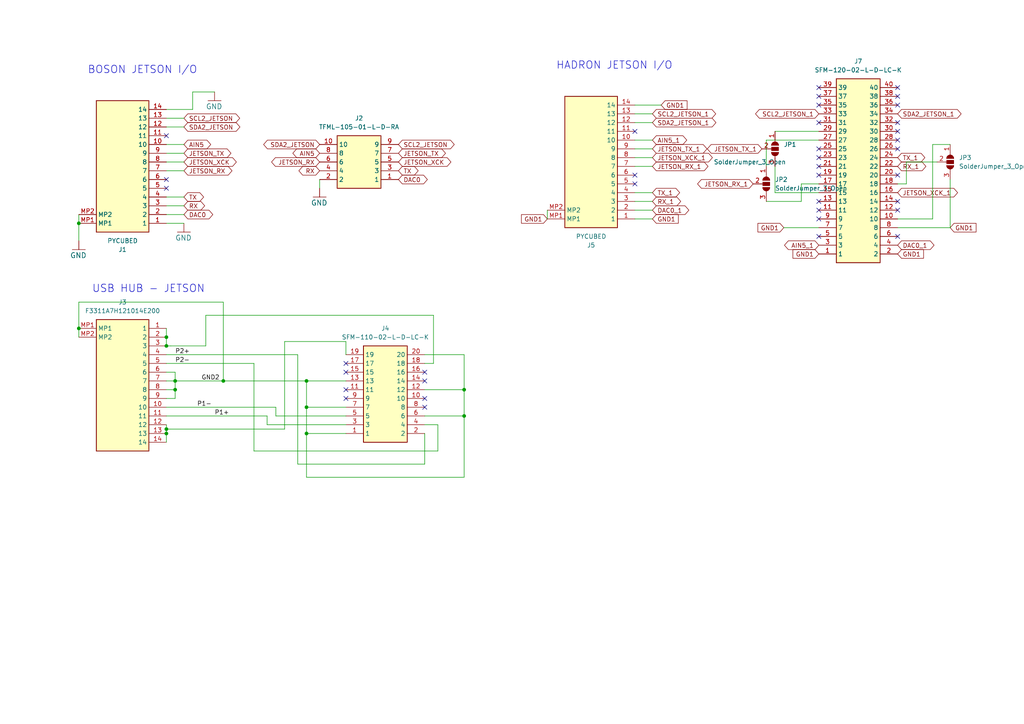
<source format=kicad_sch>
(kicad_sch (version 20230121) (generator eeschema)
  (paper "A4")
  (lib_symbols
    (symbol "Jumper:SolderJumper_3_Open" (pin_names (offset 0) hide)
      (property "Reference" "JP" (at -2.54 -2.54 0))
      (property "Value" "SolderJumper_3_Open" (at 0 2.794 0))
      (symbol "SolderJumper_3_Open_0_1"
        (arc (start -1.016 1.016) (mid -2.0276 0) (end -1.016 -1.016))
        (arc (start -1.016 1.016) (mid -2.0276 0) (end -1.016 -1.016) (fill (type outline)))
        (rectangle (start -0.508 1.016) (end 0.508 -1.016) (fill (type outline)))
        (polyline (pts (xy -2.54 0) (xy -2.032 0)))
        (polyline (pts (xy -1.016 1.016) (xy -1.016 -1.016)))
        (polyline (pts (xy 0 -1.27) (xy 0 -1.016)))
        (polyline (pts (xy 1.016 1.016) (xy 1.016 -1.016)))
        (polyline (pts (xy 2.54 0) (xy 2.032 0)))
        (arc (start 1.016 -1.016) (mid 2.0276 0) (end 1.016 1.016))
        (arc (start 1.016 -1.016) (mid 2.0276 0) (end 1.016 1.016) (fill (type outline)))
      )
      (symbol "SolderJumper_3_Open_1_1"
        (pin passive line (at -5.08 0 0) (length 2.54) (name "A") (number "1"))
        (pin passive line (at 0 -3.81 90) (length 2.54) (name "C") (number "2"))
        (pin passive line (at 5.08 0 180) (length 2.54) (name "B") (number "3"))
      )
    )
    (symbol "SamacSys_Parts:F3311A7H121014E200"
      (property "Reference" "J" (at 21.59 7.62 0))
      (property "Value" "F3311A7H121014E200" (at 21.59 5.08 0))
      (symbol "F3311A7H121014E200_1_1"
        (rectangle (start 5.08 2.54) (end 20.32 -35.56) (stroke (width 0.254)) (fill (type background)))
        (pin passive line (at 25.4 0 180) (length 5.08) (name "1") (number "1"))
        (pin passive line (at 25.4 -22.86 180) (length 5.08) (name "10") (number "10"))
        (pin passive line (at 25.4 -25.4 180) (length 5.08) (name "11") (number "11"))
        (pin passive line (at 25.4 -27.94 180) (length 5.08) (name "12") (number "12"))
        (pin passive line (at 25.4 -30.48 180) (length 5.08) (name "13") (number "13"))
        (pin passive line (at 25.4 -33.02 180) (length 5.08) (name "14") (number "14"))
        (pin passive line (at 25.4 -2.54 180) (length 5.08) (name "2") (number "2"))
        (pin passive line (at 25.4 -5.08 180) (length 5.08) (name "3") (number "3"))
        (pin passive line (at 25.4 -7.62 180) (length 5.08) (name "4") (number "4"))
        (pin passive line (at 25.4 -10.16 180) (length 5.08) (name "5") (number "5"))
        (pin passive line (at 25.4 -12.7 180) (length 5.08) (name "6") (number "6"))
        (pin passive line (at 25.4 -15.24 180) (length 5.08) (name "7") (number "7"))
        (pin passive line (at 25.4 -17.78 180) (length 5.08) (name "8") (number "8"))
        (pin passive line (at 25.4 -20.32 180) (length 5.08) (name "9") (number "9"))
        (pin passive line (at 0 0 0) (length 5.08) (name "MP1") (number "MP1"))
        (pin passive line (at 0 -2.54 0) (length 5.08) (name "MP2") (number "MP2"))
      )
    )
    (symbol "SamacSys_Parts:SFM-110-02-L-D-LC-K"
      (property "Reference" "J" (at 19.05 7.62 0))
      (property "Value" "SFM-110-02-L-D-LC-K" (at 19.05 5.08 0))
      (symbol "SFM-110-02-L-D-LC-K_1_1"
        (rectangle (start 5.08 2.54) (end 17.78 -25.4) (stroke (width 0.254)) (fill (type background)))
        (pin passive line (at 0 -22.86 0) (length 5.08) (name "1") (number "1"))
        (pin passive line (at 22.86 -12.7 180) (length 5.08) (name "10") (number "10"))
        (pin passive line (at 0 -10.16 0) (length 5.08) (name "11") (number "11"))
        (pin passive line (at 22.86 -10.16 180) (length 5.08) (name "12") (number "12"))
        (pin passive line (at 0 -7.62 0) (length 5.08) (name "13") (number "13"))
        (pin passive line (at 22.86 -7.62 180) (length 5.08) (name "14") (number "14"))
        (pin passive line (at 0 -5.08 0) (length 5.08) (name "15") (number "15"))
        (pin passive line (at 22.86 -5.08 180) (length 5.08) (name "16") (number "16"))
        (pin passive line (at 0 -2.54 0) (length 5.08) (name "17") (number "17"))
        (pin passive line (at 22.86 -2.54 180) (length 5.08) (name "18") (number "18"))
        (pin passive line (at 0 0 0) (length 5.08) (name "19") (number "19"))
        (pin passive line (at 22.86 -22.86 180) (length 5.08) (name "2") (number "2"))
        (pin passive line (at 22.86 0 180) (length 5.08) (name "20") (number "20"))
        (pin passive line (at 0 -20.32 0) (length 5.08) (name "3") (number "3"))
        (pin passive line (at 22.86 -20.32 180) (length 5.08) (name "4") (number "4"))
        (pin passive line (at 0 -17.78 0) (length 5.08) (name "5") (number "5"))
        (pin passive line (at 22.86 -17.78 180) (length 5.08) (name "6") (number "6"))
        (pin passive line (at 0 -15.24 0) (length 5.08) (name "7") (number "7"))
        (pin passive line (at 22.86 -15.24 180) (length 5.08) (name "8") (number "8"))
        (pin passive line (at 0 -12.7 0) (length 5.08) (name "9") (number "9"))
      )
    )
    (symbol "SamacSys_Parts:SFM-120-02-L-D-LC-K"
      (property "Reference" "J" (at 19.05 7.62 0))
      (property "Value" "SFM-120-02-L-D-LC-K" (at 19.05 5.08 0))
      (symbol "SFM-120-02-L-D-LC-K_1_1"
        (rectangle (start 5.08 2.54) (end 17.78 -50.8) (stroke (width 0.254)) (fill (type background)))
        (pin passive line (at 0 -48.26 0) (length 5.08) (name "1") (number "1"))
        (pin passive line (at 22.86 -38.1 180) (length 5.08) (name "10") (number "10"))
        (pin passive line (at 0 -35.56 0) (length 5.08) (name "11") (number "11"))
        (pin passive line (at 22.86 -35.56 180) (length 5.08) (name "12") (number "12"))
        (pin passive line (at 0 -33.02 0) (length 5.08) (name "13") (number "13"))
        (pin passive line (at 22.86 -33.02 180) (length 5.08) (name "14") (number "14"))
        (pin passive line (at 0 -30.48 0) (length 5.08) (name "15") (number "15"))
        (pin passive line (at 22.86 -30.48 180) (length 5.08) (name "16") (number "16"))
        (pin passive line (at 0 -27.94 0) (length 5.08) (name "17") (number "17"))
        (pin passive line (at 22.86 -27.94 180) (length 5.08) (name "18") (number "18"))
        (pin passive line (at 0 -25.4 0) (length 5.08) (name "19") (number "19"))
        (pin passive line (at 22.86 -48.26 180) (length 5.08) (name "2") (number "2"))
        (pin passive line (at 22.86 -25.4 180) (length 5.08) (name "20") (number "20"))
        (pin passive line (at 0 -22.86 0) (length 5.08) (name "21") (number "21"))
        (pin passive line (at 22.86 -22.86 180) (length 5.08) (name "22") (number "22"))
        (pin passive line (at 0 -20.32 0) (length 5.08) (name "23") (number "23"))
        (pin passive line (at 22.86 -20.32 180) (length 5.08) (name "24") (number "24"))
        (pin passive line (at 0 -17.78 0) (length 5.08) (name "25") (number "25"))
        (pin passive line (at 22.86 -17.78 180) (length 5.08) (name "26") (number "26"))
        (pin passive line (at 0 -15.24 0) (length 5.08) (name "27") (number "27"))
        (pin passive line (at 22.86 -15.24 180) (length 5.08) (name "28") (number "28"))
        (pin passive line (at 0 -12.7 0) (length 5.08) (name "29") (number "29"))
        (pin passive line (at 0 -45.72 0) (length 5.08) (name "3") (number "3"))
        (pin passive line (at 22.86 -12.7 180) (length 5.08) (name "30") (number "30"))
        (pin passive line (at 0 -10.16 0) (length 5.08) (name "31") (number "31"))
        (pin passive line (at 22.86 -10.16 180) (length 5.08) (name "32") (number "32"))
        (pin passive line (at 0 -7.62 0) (length 5.08) (name "33") (number "33"))
        (pin passive line (at 22.86 -7.62 180) (length 5.08) (name "34") (number "34"))
        (pin passive line (at 0 -5.08 0) (length 5.08) (name "35") (number "35"))
        (pin passive line (at 22.86 -5.08 180) (length 5.08) (name "36") (number "36"))
        (pin passive line (at 0 -2.54 0) (length 5.08) (name "37") (number "37"))
        (pin passive line (at 22.86 -2.54 180) (length 5.08) (name "38") (number "38"))
        (pin passive line (at 0 0 0) (length 5.08) (name "39") (number "39"))
        (pin passive line (at 22.86 -45.72 180) (length 5.08) (name "4") (number "4"))
        (pin passive line (at 22.86 0 180) (length 5.08) (name "40") (number "40"))
        (pin passive line (at 0 -43.18 0) (length 5.08) (name "5") (number "5"))
        (pin passive line (at 22.86 -43.18 180) (length 5.08) (name "6") (number "6"))
        (pin passive line (at 0 -40.64 0) (length 5.08) (name "7") (number "7"))
        (pin passive line (at 22.86 -40.64 180) (length 5.08) (name "8") (number "8"))
        (pin passive line (at 0 -38.1 0) (length 5.08) (name "9") (number "9"))
      )
    )
    (symbol "SamacSys_Parts:TFML-105-01-L-D-RA"
      (property "Reference" "J" (at 19.05 7.62 0))
      (property "Value" "TFML-105-01-L-D-RA" (at 19.05 5.08 0))
      (symbol "TFML-105-01-L-D-RA_1_1"
        (rectangle (start 5.08 2.54) (end 17.78 -12.7) (stroke (width 0.254)) (fill (type background)))
        (pin passive line (at 22.86 -10.16 180) (length 5.08) (name "1") (number "1"))
        (pin passive line (at 0 0 0) (length 5.08) (name "10") (number "10"))
        (pin passive line (at 0 -10.16 0) (length 5.08) (name "2") (number "2"))
        (pin passive line (at 22.86 -7.62 180) (length 5.08) (name "3") (number "3"))
        (pin passive line (at 0 -7.62 0) (length 5.08) (name "4") (number "4"))
        (pin passive line (at 22.86 -5.08 180) (length 5.08) (name "5") (number "5"))
        (pin passive line (at 0 -5.08 0) (length 5.08) (name "6") (number "6"))
        (pin passive line (at 22.86 -2.54 180) (length 5.08) (name "7") (number "7"))
        (pin passive line (at 0 -2.54 0) (length 5.08) (name "8") (number "8"))
        (pin passive line (at 22.86 0 180) (length 5.08) (name "9") (number "9"))
      )
    )
    (symbol "mainboard:GND" (power) (pin_names (offset 1.016))
      (property "Value" "GND" (at -2.54 -2.54 0))
      (symbol "GND_1_0"
        (polyline (pts (xy -1.905 0) (xy 1.905 0)))
        (pin power_in line (at 0 2.54 270) (length 2.54) (name "GND") (number "1"))
      )
    )
  )
  (junction (at 48.26 125.73))
  (junction (at 134.62 113.03))
  (junction (at 88.9 118.11))
  (junction (at 88.9 110.49))
  (junction (at 50.8 113.03))
  (junction (at 22.86 64.77))
  (junction (at 48.26 124.46))
  (junction (at 88.9 125.73))
  (junction (at 48.26 97.79))
  (junction (at 134.62 120.65))
  (junction (at 48.26 100.33))
  (junction (at 50.8 110.49))
  (junction (at 22.86 95.25))
  (junction (at 64.77 110.49))
  (no_connect (at 237.49 60.96))
  (no_connect (at 237.49 58.42))
  (no_connect (at 260.35 27.94))
  (no_connect (at 260.35 58.42))
  (no_connect (at 123.19 115.57))
  (no_connect (at 48.26 54.61))
  (no_connect (at 237.49 45.72))
  (no_connect (at 260.35 68.58))
  (no_connect (at 123.19 107.95))
  (no_connect (at 123.19 118.11))
  (no_connect (at 237.49 30.48))
  (no_connect (at 260.35 25.4))
  (no_connect (at 237.49 50.8))
  (no_connect (at 184.15 50.8))
  (no_connect (at 237.49 68.58))
  (no_connect (at 260.35 50.8))
  (no_connect (at 260.35 35.56))
  (no_connect (at 260.35 60.96))
  (no_connect (at 237.49 48.26))
  (no_connect (at 184.15 53.34))
  (no_connect (at 100.33 115.57))
  (no_connect (at 260.35 43.18))
  (no_connect (at 260.35 40.64))
  (no_connect (at 237.49 27.94))
  (no_connect (at 48.26 52.07))
  (no_connect (at 237.49 35.56))
  (no_connect (at 100.33 105.41))
  (no_connect (at 123.19 110.49))
  (no_connect (at 237.49 63.5))
  (no_connect (at 184.15 38.1))
  (no_connect (at 260.35 30.48))
  (no_connect (at 100.33 107.95))
  (no_connect (at 100.33 113.03))
  (no_connect (at 260.35 38.1))
  (no_connect (at 48.26 39.37))
  (no_connect (at 237.49 43.18))
  (no_connect (at 237.49 25.4))
  (wire (pts (xy 80.01 118.11) (xy 80.01 120.65)))
  (wire (pts (xy 48.26 105.41) (xy 73.66 105.41)) (stroke (width 0.1524)))
  (wire (pts (xy 134.62 102.87) (xy 134.62 113.03)))
  (wire (pts (xy 48.26 125.73) (xy 48.26 128.27)))
  (wire (pts (xy 127 123.19) (xy 123.19 123.19)) (stroke (width 0.1524)))
  (wire (pts (xy 55.88 26.67) (xy 62.23 26.67)))
  (wire (pts (xy 158.75 63.5) (xy 158.75 60.96)))
  (wire (pts (xy 100.33 118.11) (xy 88.9 118.11)))
  (wire (pts (xy 82.55 99.06) (xy 100.33 99.06)))
  (wire (pts (xy 232.41 58.42) (xy 232.41 53.34)))
  (wire (pts (xy 64.77 87.63) (xy 64.77 110.49)))
  (wire (pts (xy 22.86 95.25) (xy 22.86 97.79)))
  (wire (pts (xy 48.26 31.75) (xy 55.88 31.75)))
  (wire (pts (xy 22.86 87.63) (xy 64.77 87.63)))
  (wire (pts (xy 50.8 107.95) (xy 50.8 110.49)) (stroke (width 0.1524)))
  (wire (pts (xy 48.26 118.11) (xy 80.01 118.11)))
  (wire (pts (xy 184.15 48.26) (xy 189.23 48.26)))
  (wire (pts (xy 48.26 124.46) (xy 82.55 124.46)))
  (wire (pts (xy 64.77 110.49) (xy 88.9 110.49)) (stroke (width 0.1524)))
  (wire (pts (xy 48.26 46.99) (xy 53.34 46.99)))
  (wire (pts (xy 222.25 58.42) (xy 232.41 58.42)))
  (wire (pts (xy 262.89 53.34) (xy 260.35 53.34)))
  (wire (pts (xy 184.15 63.5) (xy 189.23 63.5)))
  (wire (pts (xy 48.26 115.57) (xy 50.8 115.57)))
  (wire (pts (xy 134.62 120.65) (xy 123.19 120.65)))
  (wire (pts (xy 55.88 26.67) (xy 55.88 31.75)))
  (wire (pts (xy 134.62 113.03) (xy 134.62 120.65)))
  (wire (pts (xy 48.26 100.33) (xy 48.26 97.79)) (stroke (width 0.1524)))
  (wire (pts (xy 48.26 49.53) (xy 53.34 49.53)))
  (wire (pts (xy 100.33 125.73) (xy 88.9 125.73)))
  (wire (pts (xy 59.69 100.33) (xy 49.53 100.33)))
  (wire (pts (xy 22.86 95.25) (xy 22.86 87.63)))
  (wire (pts (xy 134.62 138.43) (xy 134.62 120.65)))
  (wire (pts (xy 22.86 64.77) (xy 22.86 69.85)))
  (wire (pts (xy 184.15 30.48) (xy 191.77 30.48)))
  (wire (pts (xy 184.15 33.02) (xy 189.23 33.02)))
  (wire (pts (xy 73.66 130.81) (xy 127 130.81)) (stroke (width 0.1524)))
  (wire (pts (xy 262.89 46.99) (xy 262.89 53.34)))
  (wire (pts (xy 100.33 99.06) (xy 100.33 102.87)))
  (wire (pts (xy 123.19 102.87) (xy 134.62 102.87)))
  (wire (pts (xy 275.59 52.07) (xy 275.59 66.04)))
  (wire (pts (xy 184.15 58.42) (xy 189.23 58.42)))
  (wire (pts (xy 184.15 55.88) (xy 189.23 55.88)))
  (wire (pts (xy 189.23 40.64) (xy 184.15 40.64)))
  (wire (pts (xy 260.35 66.04) (xy 275.59 66.04)))
  (wire (pts (xy 48.26 124.46) (xy 48.26 125.73)))
  (wire (pts (xy 48.26 113.03) (xy 50.8 113.03)))
  (wire (pts (xy 48.26 62.23) (xy 53.34 62.23)))
  (wire (pts (xy 59.69 91.44) (xy 125.73 91.44)))
  (wire (pts (xy 48.26 123.19) (xy 48.26 124.46)))
  (wire (pts (xy 88.9 110.49) (xy 88.9 118.11)))
  (wire (pts (xy 77.47 123.19) (xy 100.33 123.19)))
  (wire (pts (xy 59.69 100.33) (xy 59.69 91.44)))
  (wire (pts (xy 127 130.81) (xy 127 123.19)) (stroke (width 0.1524)))
  (wire (pts (xy 224.79 38.1) (xy 237.49 38.1)))
  (wire (pts (xy 271.78 46.99) (xy 262.89 46.99)))
  (wire (pts (xy 48.26 57.15) (xy 53.34 57.15)))
  (wire (pts (xy 270.51 63.5) (xy 270.51 41.91)))
  (wire (pts (xy 77.47 120.65) (xy 77.47 123.19)))
  (wire (pts (xy 227.33 66.04) (xy 237.49 66.04)))
  (wire (pts (xy 184.15 43.18) (xy 189.23 43.18)))
  (wire (pts (xy 50.8 115.57) (xy 50.8 113.03)))
  (wire (pts (xy 270.51 41.91) (xy 275.59 41.91)))
  (wire (pts (xy 48.26 100.33) (xy 49.53 100.33)) (stroke (width 0.1524)))
  (wire (pts (xy 48.26 59.69) (xy 53.34 59.69)))
  (wire (pts (xy 86.36 102.87) (xy 86.36 134.62)) (stroke (width 0.1524)))
  (wire (pts (xy 86.36 102.87) (xy 48.26 102.87)) (stroke (width 0.1524)))
  (wire (pts (xy 232.41 53.34) (xy 237.49 53.34)))
  (wire (pts (xy 48.26 64.77) (xy 53.34 64.77)))
  (wire (pts (xy 48.26 44.45) (xy 53.34 44.45)))
  (wire (pts (xy 123.19 105.41) (xy 125.73 105.41)))
  (wire (pts (xy 86.36 134.62) (xy 123.19 134.62)) (stroke (width 0.1524)))
  (wire (pts (xy 224.79 48.26) (xy 224.79 55.88)))
  (wire (pts (xy 50.8 113.03) (xy 50.8 110.49)))
  (wire (pts (xy 22.86 64.77) (xy 22.86 62.23)))
  (wire (pts (xy 184.15 60.96) (xy 189.23 60.96)))
  (wire (pts (xy 88.9 118.11) (xy 88.9 125.73)))
  (wire (pts (xy 53.34 41.91) (xy 48.26 41.91)))
  (wire (pts (xy 222.25 48.26) (xy 222.25 40.64)))
  (wire (pts (xy 92.71 52.07) (xy 92.71 54.61)))
  (wire (pts (xy 48.26 36.83) (xy 53.34 36.83)))
  (wire (pts (xy 184.15 45.72) (xy 189.23 45.72)))
  (wire (pts (xy 88.9 138.43) (xy 134.62 138.43)))
  (wire (pts (xy 222.25 40.64) (xy 237.49 40.64)))
  (wire (pts (xy 82.55 124.46) (xy 82.55 99.06)))
  (wire (pts (xy 184.15 35.56) (xy 189.23 35.56)))
  (wire (pts (xy 125.73 91.44) (xy 125.73 105.41)))
  (wire (pts (xy 123.19 113.03) (xy 134.62 113.03)))
  (wire (pts (xy 80.01 120.65) (xy 100.33 120.65)))
  (wire (pts (xy 48.26 97.79) (xy 48.26 95.25)) (stroke (width 0.1524)))
  (wire (pts (xy 260.35 63.5) (xy 270.51 63.5)))
  (wire (pts (xy 50.8 110.49) (xy 64.77 110.49)) (stroke (width 0.1524)))
  (wire (pts (xy 123.19 134.62) (xy 123.19 125.73)) (stroke (width 0.1524)))
  (wire (pts (xy 48.26 120.65) (xy 77.47 120.65)))
  (wire (pts (xy 48.26 110.49) (xy 50.8 110.49)) (stroke (width 0.1524)))
  (wire (pts (xy 88.9 125.73) (xy 88.9 138.43)))
  (wire (pts (xy 224.79 55.88) (xy 237.49 55.88)))
  (wire (pts (xy 73.66 105.41) (xy 73.66 130.81)) (stroke (width 0.1524)))
  (wire (pts (xy 48.26 34.29) (xy 53.34 34.29)))
  (wire (pts (xy 100.33 110.49) (xy 88.9 110.49)))
  (wire (pts (xy 48.26 107.95) (xy 50.8 107.95)) (stroke (width 0.1524)))
  (text "USB HUB - JETSON\n" (at 26.67 85.09 0) (effects (font (size 2.159 2.159)) (justify left bottom)))
  (text "BOSON JETSON I/O" (at 25.4 21.59 0) (effects (font (size 2.159 2.159)) (justify left bottom)))
  (text "HADRON JETSON I/O" (at 161.29 20.32 0) (effects (font (size 2.159 2.159)) (justify left bottom)))
  (label "P2-" (at 50.8 105.41 0))
  (label "P2+" (at 50.8 102.87 0))
  (label "P1+" (at 62.23 120.65 0))
  (label "GND2" (at 58.42 110.49 0))
  (label "P1-" (at 57.15 118.11 0))
  (global_label "JETSON_TX_1" (shape bidirectional) (at 189.23 43.18 0) (property "Intersheetrefs" "${INTERSHEET_REFS}" (effects hide)))
  (global_label "SCL2_JETSON" (shape bidirectional) (at 53.34 34.29 0) (property "Intersheetrefs" "${INTERSHEET_REFS}" (effects hide)))
  (global_label "JETSON_RX_1" (shape bidirectional) (at 189.23 48.26 0) (property "Intersheetrefs" "${INTERSHEET_REFS}" (effects hide)))
  (global_label "JETSON_RX_1" (shape bidirectional) (at 218.44 53.34 180) (property "Intersheetrefs" "${INTERSHEET_REFS}" (effects hide)))
  (global_label "GND1" (shape input) (at 189.23 63.5 0) (property "Intersheetrefs" "${INTERSHEET_REFS}" (effects hide)))
  (global_label "JETSON_TX" (shape bidirectional) (at 115.57 44.45 0) (property "Intersheetrefs" "${INTERSHEET_REFS}" (effects hide)))
  (global_label "RX" (shape bidirectional) (at 92.71 49.53 180) (property "Intersheetrefs" "${INTERSHEET_REFS}" (effects hide)))
  (global_label "TX_1" (shape bidirectional) (at 189.23 55.88 0) (property "Intersheetrefs" "${INTERSHEET_REFS}" (effects hide)))
  (global_label "SDA2_JETSON_1" (shape bidirectional) (at 189.23 35.56 0) (property "Intersheetrefs" "${INTERSHEET_REFS}" (effects hide)))
  (global_label "JETSON_XCK_1" (shape bidirectional) (at 260.35 55.88 0) (property "Intersheetrefs" "${INTERSHEET_REFS}" (effects hide)))
  (global_label "GND1" (shape input) (at 158.75 63.5 180) (property "Intersheetrefs" "${INTERSHEET_REFS}" (effects hide)))
  (global_label "SDA2_JETSON" (shape bidirectional) (at 92.71 41.91 180) (property "Intersheetrefs" "${INTERSHEET_REFS}" (effects hide)))
  (global_label "AIN5_1" (shape bidirectional) (at 237.49 71.12 180) (property "Intersheetrefs" "${INTERSHEET_REFS}" (effects hide)))
  (global_label "DAC0" (shape bidirectional) (at 115.57 52.07 0) (property "Intersheetrefs" "${INTERSHEET_REFS}" (effects hide)))
  (global_label "TX" (shape bidirectional) (at 115.57 49.53 0) (property "Intersheetrefs" "${INTERSHEET_REFS}" (effects hide)))
  (global_label "GND1" (shape input) (at 275.59 66.04 0) (property "Intersheetrefs" "${INTERSHEET_REFS}" (effects hide)))
  (global_label "JETSON_XCK" (shape bidirectional) (at 115.57 46.99 0) (property "Intersheetrefs" "${INTERSHEET_REFS}" (effects hide)))
  (global_label "GND1" (shape input) (at 191.77 30.48 0) (property "Intersheetrefs" "${INTERSHEET_REFS}" (effects hide)))
  (global_label "DAC0_1" (shape bidirectional) (at 260.35 71.12 0) (property "Intersheetrefs" "${INTERSHEET_REFS}" (effects hide)))
  (global_label "GND1" (shape input) (at 237.49 73.66 180) (property "Intersheetrefs" "${INTERSHEET_REFS}" (effects hide)))
  (global_label "SCL2_JETSON_1" (shape bidirectional) (at 237.49 33.02 180) (property "Intersheetrefs" "${INTERSHEET_REFS}" (effects hide)))
  (global_label "JETSON_TX" (shape bidirectional) (at 53.34 44.45 0) (property "Intersheetrefs" "${INTERSHEET_REFS}" (effects hide)))
  (global_label "SDA2_JETSON_1" (shape bidirectional) (at 260.35 33.02 0) (property "Intersheetrefs" "${INTERSHEET_REFS}" (effects hide)))
  (global_label "JETSON_TX_1" (shape bidirectional) (at 220.98 43.18 180) (property "Intersheetrefs" "${INTERSHEET_REFS}" (effects hide)))
  (global_label "SDA2_JETSON" (shape bidirectional) (at 53.34 36.83 0) (property "Intersheetrefs" "${INTERSHEET_REFS}" (effects hide)))
  (global_label "DAC0" (shape bidirectional) (at 53.34 62.23 0) (property "Intersheetrefs" "${INTERSHEET_REFS}" (effects hide)))
  (global_label "JETSON_XCK_1" (shape bidirectional) (at 189.23 45.72 0) (property "Intersheetrefs" "${INTERSHEET_REFS}" (effects hide)))
  (global_label "DAC0_1" (shape bidirectional) (at 189.23 60.96 0) (property "Intersheetrefs" "${INTERSHEET_REFS}" (effects hide)))
  (global_label "SCL2_JETSON_1" (shape bidirectional) (at 189.23 33.02 0) (property "Intersheetrefs" "${INTERSHEET_REFS}" (effects hide)))
  (global_label "GND1" (shape input) (at 260.35 73.66 0) (property "Intersheetrefs" "${INTERSHEET_REFS}" (effects hide)))
  (global_label "RX_1" (shape bidirectional) (at 260.35 48.26 0) (property "Intersheetrefs" "${INTERSHEET_REFS}" (effects hide)))
  (global_label "JETSON_XCK" (shape bidirectional) (at 53.34 46.99 0) (property "Intersheetrefs" "${INTERSHEET_REFS}" (effects hide)))
  (global_label "GND1" (shape input) (at 227.33 66.04 180) (property "Intersheetrefs" "${INTERSHEET_REFS}" (effects hide)))
  (global_label "JETSON_RX" (shape bidirectional) (at 53.34 49.53 0) (property "Intersheetrefs" "${INTERSHEET_REFS}" (effects hide)))
  (global_label "AIN5" (shape bidirectional) (at 92.71 44.45 180) (property "Intersheetrefs" "${INTERSHEET_REFS}" (effects hide)))
  (global_label "TX" (shape bidirectional) (at 53.34 57.15 0) (property "Intersheetrefs" "${INTERSHEET_REFS}" (effects hide)))
  (global_label "TX_1" (shape bidirectional) (at 260.35 45.72 0) (property "Intersheetrefs" "${INTERSHEET_REFS}" (effects hide)))
  (global_label "RX_1" (shape bidirectional) (at 189.23 58.42 0) (property "Intersheetrefs" "${INTERSHEET_REFS}" (effects hide)))
  (global_label "SCL2_JETSON" (shape bidirectional) (at 115.57 41.91 0) (property "Intersheetrefs" "${INTERSHEET_REFS}" (effects hide)))
  (global_label "AIN5_1" (shape bidirectional) (at 189.23 40.64 0) (property "Intersheetrefs" "${INTERSHEET_REFS}" (effects hide)))
  (global_label "RX" (shape bidirectional) (at 53.34 59.69 0) (property "Intersheetrefs" "${INTERSHEET_REFS}" (effects hide)))
  (global_label "AIN5" (shape bidirectional) (at 53.34 41.91 0) (property "Intersheetrefs" "${INTERSHEET_REFS}" (effects hide)))
  (global_label "JETSON_RX" (shape bidirectional) (at 92.71 46.99 180) (property "Intersheetrefs" "${INTERSHEET_REFS}" (effects hide)))
  (symbol (lib_id "SamacSys_Parts:F3311A7H121014E200") (at 158.75 63.5 0) (mirror x) (unit 1)
    (property "Reference" "J5" (at 171.45 71.12 0))
    (property "Value" "PYCUBED" (at 171.45 68.58 0))
    (property "Footprint" "F3311A7H121014E200" (effects hide))
    (property "Datasheet" "https://cdn.amphenol-cs.com/media/wysiwyg/files/documentation/datasheet/flex/ffc_fpc_050mm_f331.pdf" (effects hide))
    (property "Height" "1.12" (effects hide))
    (property "Manufacturer_Name" "Amphenol Communications Solutions" (effects hide))
    (property "Manufacturer_Part_Number" "F3311A7H121014E200" (effects hide))
  )
  (symbol (lib_id "SamacSys_Parts:F3311A7H121014E200") (at 22.86 64.77 0) (mirror x) (unit 1)
    (property "Reference" "J1" (at 35.56 72.39 0))
    (property "Value" "PYCUBED" (at 35.56 69.85 0))
    (property "Footprint" "F3311A7H121014E200" (effects hide))
    (property "Datasheet" "https://cdn.amphenol-cs.com/media/wysiwyg/files/documentation/datasheet/flex/ffc_fpc_050mm_f331.pdf" (effects hide))
    (property "Height" "1.12" (effects hide))
    (property "Manufacturer_Name" "Amphenol Communications Solutions" (effects hide))
    (property "Manufacturer_Part_Number" "F3311A7H121014E200" (effects hide))
  )
  (symbol (lib_id "SamacSys_Parts:TFML-105-01-L-D-RA") (at 92.71 41.91 0) (unit 1)
    (property "Reference" "J2" (at 104.14 34.29 0))
    (property "Value" "TFML-105-01-L-D-RA" (at 104.14 36.83 0))
    (property "Footprint" "TFML10501LDRA" (effects hide))
    (property "Datasheet" "https://suddendocs.samtec.com/prints/tfmthd.pdf" (effects hide))
    (property "Height" "5.842" (effects hide))
    (property "Manufacturer_Name" "SAMTEC" (effects hide))
    (property "Manufacturer_Part_Number" "TFML-105-01-L-D-RA" (effects hide))
    (property "Mouser Part Number" "200-TFML10501LDRA" (effects hide))
    (property "Mouser Price/Stock" "https://www.mouser.co.uk/ProductDetail/Samtec/TFML-105-01-L-D-RA?qs=%252BZP6%2F%252BtExtC%252Bt0p3A%2FGOhg%3D%3D" (effects hide))
    (property "Arrow Part Number" "TFML-105-01-L-D-RA" (effects hide))
    (property "Arrow Price/Stock" "https://www.arrow.com/en/products/tfml-105-01-l-d-ra/samtec?region=nac" (effects hide))
  )
  (symbol (lib_id "Jumper:SolderJumper_3_Open") (at 222.25 53.34 270) (unit 1)
    (property "Reference" "JP2" (at 224.79 52.07 90) (effects (justify left)))
    (property "Value" "SolderJumper_3_Open" (at 224.79 54.61 90) (effects (justify left)))
    (property "Footprint" "Jumper:SolderJumper-3_P1.3mm_Open_Pad1.0x1.5mm" (effects hide))
  )
  (symbol (lib_id "SamacSys_Parts:F3311A7H121014E200") (at 22.86 95.25 0) (unit 1)
    (property "Reference" "J3" (at 35.56 87.63 0))
    (property "Value" "F3311A7H121014E200" (at 35.56 90.17 0))
    (property "Footprint" "F3311A7H121014E200" (effects hide))
    (property "Datasheet" "https://cdn.amphenol-cs.com/media/wysiwyg/files/documentation/datasheet/flex/ffc_fpc_050mm_f331.pdf" (effects hide))
    (property "Height" "1.12" (effects hide))
    (property "Manufacturer_Name" "Amphenol Communications Solutions" (effects hide))
    (property "Manufacturer_Part_Number" "F3311A7H121014E200" (effects hide))
  )
  (symbol (lib_id "Jumper:SolderJumper_3_Open") (at 224.79 43.18 270) (unit 1)
    (property "Reference" "JP1" (at 227.33 41.91 90) (effects (justify left)))
    (property "Value" "SolderJumper_3_Open" (at 207.01 46.99 90) (effects (justify left)))
    (property "Footprint" "Jumper:SolderJumper-3_P1.3mm_Open_Pad1.0x1.5mm" (effects hide))
  )
  (symbol (lib_id "mainboard:GND") (at 92.71 57.15 0) (unit 1)
    (property "Reference" "#GND04" (effects hide))
    (property "Value" "GND" (at 90.17 59.69 0) (effects (font (size 1.4986 1.4986)) (justify left bottom)))
  )
  (symbol (lib_id "mainboard:GND") (at 62.23 29.21 0) (unit 1)
    (property "Reference" "#GND03" (effects hide))
    (property "Value" "GND" (at 59.69 31.75 0) (effects (font (size 1.4986 1.4986)) (justify left bottom)))
  )
  (symbol (lib_id "SamacSys_Parts:SFM-110-02-L-D-LC-K") (at 100.33 102.87 0) (unit 1)
    (property "Reference" "J4" (at 111.76 95.25 0))
    (property "Value" "SFM-110-02-L-D-LC-K" (at 111.76 97.79 0))
    (property "Footprint" "SFM11002LDLCK" (effects hide))
    (property "Datasheet" "https://suddendocs.samtec.com/catalog_english/sfm.pdf" (effects hide))
    (property "Height" "4.7" (effects hide))
    (property "Manufacturer_Name" "SAMTEC" (effects hide))
    (property "Manufacturer_Part_Number" "SFM-110-02-L-D-LC-K" (effects hide))
    (property "Mouser Part Number" "200-SFM11002LDLCK" (effects hide))
    (property "Mouser Price/Stock" "https://www.mouser.co.uk/ProductDetail/Samtec/SFM-110-02-L-D-LC-K?qs=PB6%2FjmICvI3p8rFO2SE%252BVQ%3D%3D" (effects hide))
  )
  (symbol (lib_id "mainboard:GND") (at 22.86 72.39 0) (unit 1)
    (property "Reference" "#GND01" (effects hide))
    (property "Value" "GND" (at 20.32 74.93 0) (effects (font (size 1.4986 1.4986)) (justify left bottom)))
  )
  (symbol (lib_id "Jumper:SolderJumper_3_Open") (at 275.59 46.99 270) (unit 1)
    (property "Reference" "JP3" (at 278.13 45.72 90) (effects (justify left)))
    (property "Value" "SolderJumper_3_Open" (at 278.13 48.26 90) (effects (justify left)))
    (property "Footprint" "Jumper:SolderJumper-3_P1.3mm_Open_Pad1.0x1.5mm" (effects hide))
  )
  (symbol (lib_id "mainboard:GND") (at 53.34 67.31 0) (unit 1)
    (property "Reference" "#GND02" (effects hide))
    (property "Value" "GND" (at 50.8 69.85 0) (effects (font (size 1.4986 1.4986)) (justify left bottom)))
  )
  (symbol (lib_id "SamacSys_Parts:SFM-120-02-L-D-LC-K") (at 237.49 25.4 0) (unit 1)
    (property "Reference" "J7" (at 248.92 17.78 0))
    (property "Value" "SFM-120-02-L-D-LC-K" (at 248.92 20.32 0))
    (property "Footprint" "SFM12002LDLCK" (effects hide))
    (property "Datasheet" "https://suddendocs.samtec.com/prints/sfm-1xx-xx-xxx-d-xxx-mkt.pdf" (effects hide))
    (property "Height" "4.83" (effects hide))
    (property "Manufacturer_Name" "SAMTEC" (effects hide))
    (property "Manufacturer_Part_Number" "SFM-120-02-L-D-LC-K" (effects hide))
    (property "Mouser Part Number" "200-SFM12002LDLCK" (effects hide))
    (property "Mouser Price/Stock" "https://www.mouser.co.uk/ProductDetail/Samtec/SFM-120-02-L-D-LC-K?qs=PB6%2FjmICvI3Pc7go9q0Oqg%3D%3D" (effects hide))
  )
)
</source>
